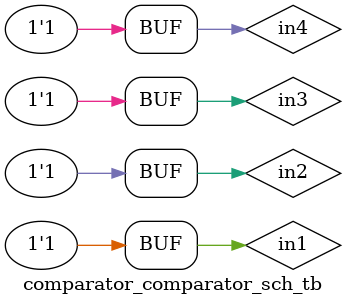
<source format=v>

`timescale 1ns / 10ps

module comparator_comparator_sch_tb();

// Inputs
	reg in1;
	reg in2;
	reg in3;
	reg in4;

// Output
	wire out1;

// Bidirs

// Instantiate the UUT
   comparator UUT (
		.in1(in1),
		.in2(in2),
		.in3(in3),
		.in4(in4),
		.out1(out1)
   );
// Initialize Inputs
			initial begin
			in1 = 0;
			in2 = 0;
			in3 = 0;
			in4 = 0;
			#100;
			
			in1 = 0;
			in2 = 0;
			in3 = 0;
			in4 = 1;
			#100;
			
			in1 = 0;
			in2 = 0;
			in3 = 1;
			in4 = 0;
			#100;
			
			in1 = 0;
			in2 = 0;
			in3 = 1;
			in4 = 1;
			#100;
			
			in1 = 0;
			in2 = 1;
			in3 = 0;
			in4 = 0;
			#100;
			
			in1 = 0;
			in2 = 1;
			in3 = 0;
			in4 = 1;
			#100;
			
			in1 = 0;
			in2 = 1;
			in3 = 1;
			in4 = 0;
			#100;
			
			in1 = 0;
			in2 = 1;
			in3 = 1;
			in4 = 1;
			#100;
			
			in1 = 1;
			in2 = 0;
			in3 = 0;
			in4 = 0;
			#100;
			
			in1 = 1;
			in2 = 0;
			in3 = 0;
			in4 = 1;
			#100;
			
			in1 = 1;
			in2 = 0;
			in3 = 1;
			in4 = 0;
			#100;
			
			in1 = 1;
			in2 = 0;
			in3 = 1;
			in4 = 1;
			#100;
			
			in1 = 1;
			in2 = 1;
			in3 = 0;
			in4 = 0;
			#100;
			
			in1 = 1;
			in2 = 1;
			in3 = 0;
			in4 = 1;
			#100;
			
			in1 = 1;
			in2 = 1;
			in3 = 1;
			in4 = 0;
			#100;
			
			in1 = 1;
			in2 = 1;
			in3 = 1;
			in4 = 1;
			#100;
		end
endmodule

</source>
